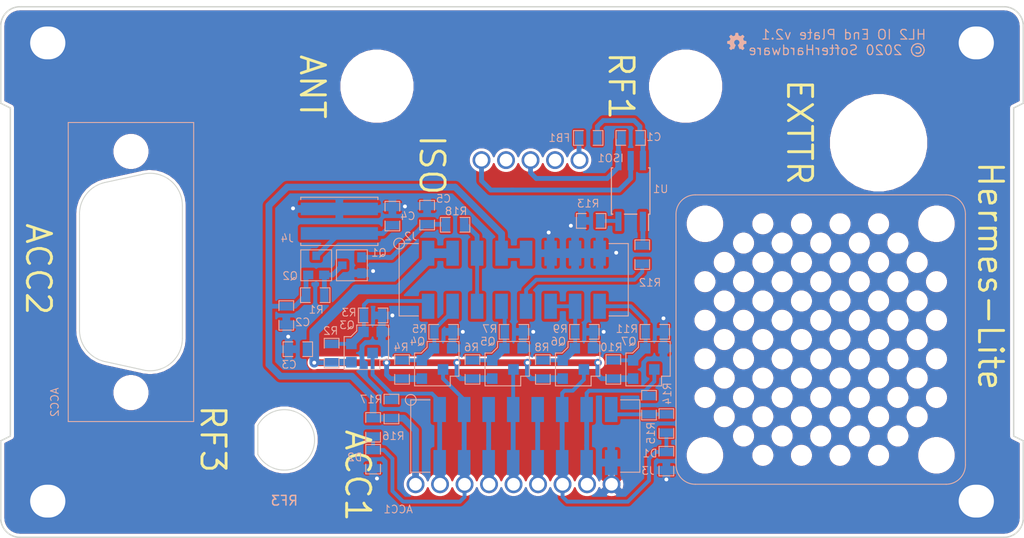
<source format=kicad_pcb>
(kicad_pcb (version 20171130) (host pcbnew 5.1.5-52549c5~84~ubuntu18.04.1)
  (title_block (title "Hermes-Lite End Plate 55") (date 2020-03-17) (rev 2.1) (company SofterHardware) (comment 1 "KF7O Steve Haynal"))
  (layers (0 F.Cu signal) (31 B.Cu signal) (34 B.Paste user) (35 F.Paste user) (36 B.SilkS user) (37 F.SilkS user) (38 B.Mask user) (39 F.Mask user) (44 Edge.Cuts user))
  (net 0 "")
  (net 1 GNDS)
  (net 2 Vlvds)
  (net 3 "Net-(J2-Pad2)")
  (net 4 "Net-(J2-Pad4)")
  (net 5 "Net-(J2-Pad5)")
  (net 6 "Net-(J2-Pad8)")
  (net 7 "Net-(J2-Pad12)")
  (net 8 "Net-(J2-Pad16)")
  (net 9 VSUP)
  (net 10 ISOIN)
  (net 11 "Net-(R12-Pad1)")
  (net 12 "Net-(R13-Pad1)")
  (net 13 "Net-(ACC1-Pad2)")
  (net 14 "Net-(ACC1-Pad3)")
  (net 15 "Net-(ACC1-Pad4)")
  (net 16 "Net-(ACC1-Pad5)")
  (net 17 "Net-(ACC1-Pad6)")
  (net 18 "Net-(ACC1-Pad7)")
  (net 19 "Net-(ACC1-Pad8)")
  (net 20 "Net-(C1-Pad1)")
  (net 21 "Net-(C1-Pad2)")
  (net 22 "Net-(FB1-Pad1)")
  (net 23 "Net-(ISO1-Pad2)")
  (net 24 "Net-(ISO1-Pad4)")
  (net 25 "Net-(ISO1-Pad5)")
  (net 26 "Net-(Q1-Pad3)")
  (net 27 "Net-(C4-Pad2)")
  (net 28 "Net-(J3-Pad15)")
  (net 29 "Net-(C5-Pad2)")
  (module endcaplib:sma_panel (layer B.Cu) (at 79.4 94.9)
    (fp_text reference RF3 (at 0 6.3) (layer B.SilkS) (effects (justify mirror)))
    (fp_text value SMA)
    (fp_line (start -2.749999 1.5) (end -2.75 -1.5) (layer Edge.Cuts) (width 0.1))
    (fp_arc (start 0 0) (end -2.749999 -1.499999) (angle 302.7790807) (layer Edge.Cuts) (width 0.1))
  )
  (module endcaplib:SMD-0805 (layer B.Cu) (at 110.9 63.6)
    (fp_text reference FB1 (at -3 0 180) (layer B.SilkS) (effects (font (size 0.8 0.8) (thickness 0.1)) (justify mirror)))
    (fp_text value Ferrite_Bead_Small hide)
    (pad 1 smd rect (at -0.9525 0) (size 0.889 1.397) (layers B.Cu B.Paste B.Mask) (net 22 "Net-(FB1-Pad1)"))
    (pad 2 smd rect (at 0.9525 0) (size 0.889 1.397) (layers B.Cu B.Paste B.Mask) (net 20 "Net-(C1-Pad1)"))
  )
  (module endcaplib:basic_back (layer F.Cu) (at 141 57.6 180)
    (fp_text reference REF** hide)
    (fp_text value basic_back hide)
    (pad "" np_thru_hole circle (at 0 -6.5 180) (size 9.5 9.5) (drill 9.5) (layers *.Cu *.Mask))
    (pad "" np_thru_hole circle (at 20 -0.635 180) (size 7 7) (drill 7) (layers *.Cu *.Mask))
    (pad "" np_thru_hole circle (at 52 -0.635 180) (size 7 7) (drill 7) (layers *.Cu *.Mask))
  )
  (module endcaplib:db9inside (layer B.Cu) (at 63.5 77.5 90)
    (fp_text reference ACC2 (at -13.5 -7.9 90) (layer B.SilkS) (effects (font (size 0.8 0.8) (thickness 0.1)) (justify mirror)))
    (fp_text value DB9)
    (fp_line (start 10.15 1.27) (end 9.27 -2.75) (layer Edge.Cuts) (width 0.1))
    (fp_line (start -10.15 1.27) (end -9.27 -2.75) (layer Edge.Cuts) (width 0.1))
    (fp_line (start -6.885 5.33) (end 6.885 5.33) (layer Edge.Cuts) (width 0.1))
    (fp_line (start -6.005 -5.33) (end 6.005 -5.33) (layer Edge.Cuts) (width 0.1))
    (fp_arc (start -6.005 -1.98) (end -9.27 -2.75) (angle 77) (layer Edge.Cuts) (width 0.1))
    (fp_arc (start 6.005 -1.98) (end 9.27 -2.75) (angle -77) (layer Edge.Cuts) (width 0.1))
    (fp_arc (start 6.885 1.98) (end 6.885 5.33) (angle -103) (layer Edge.Cuts) (width 0.1))
    (fp_arc (start -6.885 1.98) (end -6.885 5.33) (angle 103) (layer Edge.Cuts) (width 0.1))
    (pad "" np_thru_hole circle (at -12.5 0 90) (size 3.05 3.05) (drill 3.05) (layers *.Cu *.Mask))
    (pad "" np_thru_hole circle (at 12.5 0 90) (size 3.05 3.05) (drill 3.05) (layers *.Cu *.Mask))
  )
  (module endcaplib:terminal_block (layer B.Cu) (at 93 99.5)
    (fp_text reference ACC1 (at -1.8 2.6) (layer B.SilkS) (effects (font (size 0.8 0.8) (thickness 0.1)) (justify mirror)))
    (fp_text value "Terminal Block")
    (pad 1 thru_hole circle (at 0 0) (size 1.85 1.85) (drill 1.32) (layers *.Cu B.Mask) (net 9 VSUP))
    (pad 2 thru_hole circle (at 2.54 0) (size 1.85 1.85) (drill 1.32) (layers *.Cu B.Mask) (net 13 "Net-(ACC1-Pad2)"))
    (pad 3 thru_hole circle (at 5.08 0) (size 1.85 1.85) (drill 1.32) (layers *.Cu B.Mask) (net 14 "Net-(ACC1-Pad3)"))
    (pad 4 thru_hole circle (at 7.62 0) (size 1.85 1.85) (drill 1.32) (layers *.Cu B.Mask) (net 15 "Net-(ACC1-Pad4)"))
    (pad 5 thru_hole circle (at 10.16 0) (size 1.85 1.85) (drill 1.32) (layers *.Cu B.Mask) (net 16 "Net-(ACC1-Pad5)"))
    (pad 6 thru_hole circle (at 12.7 0) (size 1.85 1.85) (drill 1.32) (layers *.Cu B.Mask) (net 17 "Net-(ACC1-Pad6)"))
    (pad 7 thru_hole circle (at 15.24 0) (size 1.85 1.85) (drill 1.32) (layers *.Cu B.Mask) (net 18 "Net-(ACC1-Pad7)"))
    (pad 8 thru_hole circle (at 17.78 0) (size 1.85 1.85) (drill 1.32) (layers *.Cu B.Mask) (net 19 "Net-(ACC1-Pad8)"))
    (pad 9 thru_hole circle (at 20.32 0) (size 1.85 1.85) (drill 1.32) (layers *.Cu B.Mask) (net 1 GNDS))
  )
  (module endcaplib:male_header (layer B.Cu) (at 94.3 78.3 270)
    (fp_text reference J2 (at -4.5 1.8) (layer B.SilkS) (effects (font (size 0.8 0.8) (thickness 0.1)) (justify mirror)))
    (fp_text value "Male Header")
    (pad 16 smd rect (at 2.75 -17.78 270) (size 2.6 1.3) (layers B.Cu B.Paste B.Mask) (net 8 "Net-(J2-Pad16)"))
    (pad 15 smd rect (at -2.75 -17.78 270) (size 2.6 1.3) (layers B.Cu B.Paste B.Mask) (net 1 GNDS))
    (pad 14 smd rect (at 2.75 -15.24 270) (size 2.6 1.3) (layers B.Cu B.Paste B.Mask) (net 7 "Net-(J2-Pad12)"))
    (pad 13 smd rect (at -2.75 -15.24 270) (size 2.6 1.3) (layers B.Cu B.Paste B.Mask) (net 1 GNDS))
    (pad 12 smd rect (at 2.75 -12.7 270) (size 2.6 1.3) (layers B.Cu B.Paste B.Mask) (net 7 "Net-(J2-Pad12)"))
    (pad 11 smd rect (at -2.75 -12.7 270) (size 2.6 1.3) (layers B.Cu B.Paste B.Mask) (net 1 GNDS))
    (pad 10 smd rect (at 2.75 -10.16 270) (size 2.6 1.3) (layers B.Cu B.Paste B.Mask) (net 10 ISOIN))
    (pad 9 smd rect (at -2.75 -10.16 270) (size 2.6 1.3) (layers B.Cu B.Paste B.Mask) (net 9 VSUP))
    (pad 8 smd rect (at 2.75 -7.62 270) (size 2.6 1.3) (layers B.Cu B.Paste B.Mask) (net 6 "Net-(J2-Pad8)"))
    (pad 7 smd rect (at -2.75 -7.62 270) (size 2.6 1.3) (layers B.Cu B.Paste B.Mask) (net 9 VSUP))
    (pad 6 smd rect (at 2.75 -5.08 270) (size 2.6 1.3) (layers B.Cu B.Paste B.Mask) (net 5 "Net-(J2-Pad5)"))
    (pad 5 smd rect (at -2.75 -5.08 270) (size 2.6 1.3) (layers B.Cu B.Paste B.Mask) (net 5 "Net-(J2-Pad5)"))
    (pad 4 smd rect (at 2.75 -2.54 270) (size 2.6 1.3) (layers B.Cu B.Paste B.Mask) (net 4 "Net-(J2-Pad4)"))
    (pad 3 smd rect (at -2.75 -2.54 270) (size 2.6 1.3) (layers B.Cu B.Paste B.Mask) (net 2 Vlvds))
    (pad 2 smd rect (at 2.75 0 270) (size 2.6 1.3) (layers B.Cu B.Paste B.Mask) (net 3 "Net-(J2-Pad2)"))
    (pad 1 smd rect (at -2.75 0 270) (size 2.6 1.3) (layers B.Cu B.Paste B.Mask) (net 2 Vlvds))
  )
  (module endcaplib:male_header (layer B.Cu) (at 95.5 94.5 270)
    (fp_text reference J3 (at 3.6 -21.6) (layer B.SilkS) (effects (font (size 0.8 0.8) (thickness 0.1)) (justify mirror)))
    (fp_text value "Male Header")
    (pad 16 smd rect (at 2.75 -17.78 270) (size 2.6 1.3) (layers B.Cu B.Paste B.Mask) (net 1 GNDS))
    (pad 15 smd rect (at -2.75 -17.78 270) (size 2.6 1.3) (layers B.Cu B.Paste B.Mask) (net 28 "Net-(J3-Pad15)"))
    (pad 14 smd rect (at 2.75 -15.24 270) (size 2.6 1.3) (layers B.Cu B.Paste B.Mask) (net 19 "Net-(ACC1-Pad8)"))
    (pad 13 smd rect (at -2.75 -15.24 270) (size 2.6 1.3) (layers B.Cu B.Paste B.Mask) (net 19 "Net-(ACC1-Pad8)"))
    (pad 12 smd rect (at 2.75 -12.7 270) (size 2.6 1.3) (layers B.Cu B.Paste B.Mask) (net 18 "Net-(ACC1-Pad7)"))
    (pad 11 smd rect (at -2.75 -12.7 270) (size 2.6 1.3) (layers B.Cu B.Paste B.Mask) (net 18 "Net-(ACC1-Pad7)"))
    (pad 10 smd rect (at 2.75 -10.16 270) (size 2.6 1.3) (layers B.Cu B.Paste B.Mask) (net 17 "Net-(ACC1-Pad6)"))
    (pad 9 smd rect (at -2.75 -10.16 270) (size 2.6 1.3) (layers B.Cu B.Paste B.Mask) (net 17 "Net-(ACC1-Pad6)"))
    (pad 8 smd rect (at 2.75 -7.62 270) (size 2.6 1.3) (layers B.Cu B.Paste B.Mask) (net 16 "Net-(ACC1-Pad5)"))
    (pad 7 smd rect (at -2.75 -7.62 270) (size 2.6 1.3) (layers B.Cu B.Paste B.Mask) (net 16 "Net-(ACC1-Pad5)"))
    (pad 6 smd rect (at 2.75 -5.08 270) (size 2.6 1.3) (layers B.Cu B.Paste B.Mask) (net 15 "Net-(ACC1-Pad4)"))
    (pad 5 smd rect (at -2.75 -5.08 270) (size 2.6 1.3) (layers B.Cu B.Paste B.Mask) (net 15 "Net-(ACC1-Pad4)"))
    (pad 4 smd rect (at 2.75 -2.54 270) (size 2.6 1.3) (layers B.Cu B.Paste B.Mask) (net 14 "Net-(ACC1-Pad3)"))
    (pad 3 smd rect (at -2.75 -2.54 270) (size 2.6 1.3) (layers B.Cu B.Paste B.Mask) (net 14 "Net-(ACC1-Pad3)"))
    (pad 2 smd rect (at 2.75 0 270) (size 2.6 1.3) (layers B.Cu B.Paste B.Mask) (net 13 "Net-(ACC1-Pad2)"))
    (pad 1 smd rect (at -2.75 0 270) (size 2.6 1.3) (layers B.Cu B.Paste B.Mask) (net 13 "Net-(ACC1-Pad2)"))
  )
  (module endcaplib:mh3mm (layer F.Cu) (at 54.875 53.75)
    (fp_text reference MH1 hide)
    (fp_text value 3mm)
    (pad 1 thru_hole circle (at 0 0) (size 4.9 4.9) (drill oval 3.65 3.4) (layers *.Cu *.Mask) (net 1 GNDS))
  )
  (module endcaplib:mh3mm (layer F.Cu) (at 151.125 53.75)
    (fp_text reference MH2 hide)
    (fp_text value 3mm)
    (pad 1 thru_hole circle (at 0 0) (size 4.9 4.9) (drill oval 3.65 3.4) (layers *.Cu *.Mask) (net 1 GNDS))
  )
  (module endcaplib:mh3mm (layer F.Cu) (at 151.125 101.25)
    (fp_text reference MH3 hide)
    (fp_text value 3mm)
    (pad 1 thru_hole circle (at 0 0) (size 4.9 4.9) (drill oval 3.65 3.4) (layers *.Cu *.Mask) (net 1 GNDS))
  )
  (module endcaplib:mh3mm (layer F.Cu) (at 54.875 101.25)
    (fp_text reference MH4 hide)
    (fp_text value 3mm)
    (pad 1 thru_hole circle (at 0 0) (size 4.9 4.9) (drill oval 3.65 3.4) (layers *.Cu *.Mask) (net 1 GNDS))
  )
  (module endcaplib:3sot3_3 (layer B.Cu) (at 89.5 83.7 270)
    (fp_text reference Q3 (at -0.7 3.6) (layer B.SilkS) (effects (font (size 0.8 0.8) (thickness 0.1)) (justify mirror)))
    (fp_text value MULTIFET)
    (pad 1 smd rect (at 0.6 2.5 225) (size 2 0.8) (layers B.Cu B.Paste B.Mask) (net 3 "Net-(J2-Pad2)"))
    (pad 4 smd rect (at 3.15 3.15 270) (size 1.1 1.1) (layers B.Cu B.Paste B.Mask) (net 2 Vlvds))
    (pad 1 smd rect (at 1.25 3.15 270) (size 1.1 1.1) (layers B.Cu B.Paste B.Mask) (net 3 "Net-(J2-Pad2)"))
    (pad 3 smd rect (at 2.2 0.95 270) (size 1.1 1.1) (layers B.Cu B.Paste B.Mask) (net 13 "Net-(ACC1-Pad2)"))
    (pad 1 smd rect (at 0 1.9 270) (size 1.1 1.1) (layers B.Cu B.Paste B.Mask) (net 3 "Net-(J2-Pad2)"))
    (pad 2 smd rect (at 0 0 270) (size 1.1 1.1) (layers B.Cu B.Paste B.Mask) (net 1 GNDS))
  )
  (module endcaplib:3sot3_3 (layer B.Cu) (at 96.8 85.4 270)
    (fp_text reference Q4 (at -0.7 3.6) (layer B.SilkS) (effects (font (size 0.8 0.8) (thickness 0.1)) (justify mirror)))
    (fp_text value MULTIFET)
    (pad 2 smd rect (at 0 0 270) (size 1.1 1.1) (layers B.Cu B.Paste B.Mask) (net 1 GNDS))
    (pad 1 smd rect (at 0 1.9 270) (size 1.1 1.1) (layers B.Cu B.Paste B.Mask) (net 4 "Net-(J2-Pad4)"))
    (pad 3 smd rect (at 2.2 0.95 270) (size 1.1 1.1) (layers B.Cu B.Paste B.Mask) (net 14 "Net-(ACC1-Pad3)"))
    (pad 1 smd rect (at 1.25 3.15 270) (size 1.1 1.1) (layers B.Cu B.Paste B.Mask) (net 4 "Net-(J2-Pad4)"))
    (pad 4 smd rect (at 3.15 3.15 270) (size 1.1 1.1) (layers B.Cu B.Paste B.Mask) (net 2 Vlvds))
    (pad 1 smd rect (at 0.6 2.5 225) (size 2 0.8) (layers B.Cu B.Paste B.Mask) (net 4 "Net-(J2-Pad4)"))
  )
  (module endcaplib:3sot3_3 (layer B.Cu) (at 104.1 85.4 270)
    (fp_text reference Q5 (at -0.7 3.6) (layer B.SilkS) (effects (font (size 0.8 0.8) (thickness 0.1)) (justify mirror)))
    (fp_text value MULTIFET)
    (pad 2 smd rect (at 0 0 270) (size 1.1 1.1) (layers B.Cu B.Paste B.Mask) (net 1 GNDS))
    (pad 1 smd rect (at 0 1.9 270) (size 1.1 1.1) (layers B.Cu B.Paste B.Mask) (net 6 "Net-(J2-Pad8)"))
    (pad 3 smd rect (at 2.2 0.95 270) (size 1.1 1.1) (layers B.Cu B.Paste B.Mask) (net 16 "Net-(ACC1-Pad5)"))
    (pad 1 smd rect (at 1.25 3.15 270) (size 1.1 1.1) (layers B.Cu B.Paste B.Mask) (net 6 "Net-(J2-Pad8)"))
    (pad 4 smd rect (at 3.15 3.15 270) (size 1.1 1.1) (layers B.Cu B.Paste B.Mask) (net 2 Vlvds))
    (pad 1 smd rect (at 0.6 2.5 225) (size 2 0.8) (layers B.Cu B.Paste B.Mask) (net 6 "Net-(J2-Pad8)"))
  )
  (module endcaplib:3sot3_3 (layer B.Cu) (at 111.4 85.4 270)
    (fp_text reference Q6 (at -0.7 3.6) (layer B.SilkS) (effects (font (size 0.8 0.8) (thickness 0.1)) (justify mirror)))
    (fp_text value MULTIFET)
    (pad 1 smd rect (at 0.6 2.5 225) (size 2 0.8) (layers B.Cu B.Paste B.Mask) (net 7 "Net-(J2-Pad12)"))
    (pad 4 smd rect (at 3.15 3.15 270) (size 1.1 1.1) (layers B.Cu B.Paste B.Mask) (net 2 Vlvds))
    (pad 1 smd rect (at 1.25 3.15 270) (size 1.1 1.1) (layers B.Cu B.Paste B.Mask) (net 7 "Net-(J2-Pad12)"))
    (pad 3 smd rect (at 2.2 0.95 270) (size 1.1 1.1) (layers B.Cu B.Paste B.Mask) (net 18 "Net-(ACC1-Pad7)"))
    (pad 1 smd rect (at 0 1.9 270) (size 1.1 1.1) (layers B.Cu B.Paste B.Mask) (net 7 "Net-(J2-Pad12)"))
    (pad 2 smd rect (at 0 0 270) (size 1.1 1.1) (layers B.Cu B.Paste B.Mask) (net 1 GNDS))
  )
  (module endcaplib:3sot3_3 (layer B.Cu) (at 118.7 85.4 270)
    (fp_text reference Q7 (at -0.7 3.6) (layer B.SilkS) (effects (font (size 0.8 0.8) (thickness 0.1)) (justify mirror)))
    (fp_text value MULTIFET)
    (pad 2 smd rect (at 0 0 270) (size 1.1 1.1) (layers B.Cu B.Paste B.Mask) (net 1 GNDS))
    (pad 1 smd rect (at 0 1.9 270) (size 1.1 1.1) (layers B.Cu B.Paste B.Mask) (net 8 "Net-(J2-Pad16)"))
    (pad 3 smd rect (at 2.2 0.95 270) (size 1.1 1.1) (layers B.Cu B.Paste B.Mask) (net 19 "Net-(ACC1-Pad8)"))
    (pad 1 smd rect (at 1.25 3.15 270) (size 1.1 1.1) (layers B.Cu B.Paste B.Mask) (net 8 "Net-(J2-Pad16)"))
    (pad 4 smd rect (at 3.15 3.15 270) (size 1.1 1.1) (layers B.Cu B.Paste B.Mask) (net 2 Vlvds))
    (pad 1 smd rect (at 0.6 2.5 225) (size 2 0.8) (layers B.Cu B.Paste B.Mask) (net 8 "Net-(J2-Pad16)"))
  )
  (module endcaplib:SMD-0805 (layer B.Cu) (at 84.3 85.9 90)
    (fp_text reference R2 (at 2.3 -0.1 180) (layer B.SilkS) (effects (font (size 0.8 0.8) (thickness 0.1)) (justify mirror)))
    (fp_text value 10K hide)
    (pad 1 smd rect (at -0.9525 0 90) (size 0.889 1.397) (layers B.Cu B.Paste B.Mask) (net 2 Vlvds))
    (pad 2 smd rect (at 0.9525 0 90) (size 0.889 1.397) (layers B.Cu B.Paste B.Mask) (net 3 "Net-(J2-Pad2)"))
  )
  (module endcaplib:SMD-0805 (layer B.Cu) (at 88.6 82)
    (fp_text reference R3 (at -2.5 -0.3 180) (layer B.SilkS) (effects (font (size 0.8 0.8) (thickness 0.1)) (justify mirror)))
    (fp_text value 10K hide)
    (pad 2 smd rect (at 0.9525 0) (size 0.889 1.397) (layers B.Cu B.Paste B.Mask) (net 1 GNDS))
    (pad 1 smd rect (at -0.9525 0) (size 0.889 1.397) (layers B.Cu B.Paste B.Mask) (net 3 "Net-(J2-Pad2)"))
  )
  (module endcaplib:SMD-0805 (layer B.Cu) (at 91.6 87.6 90)
    (fp_text reference R4 (at 2.3 -0.1 180) (layer B.SilkS) (effects (font (size 0.8 0.8) (thickness 0.1)) (justify mirror)))
    (fp_text value 10K hide)
    (pad 1 smd rect (at -0.9525 0 90) (size 0.889 1.397) (layers B.Cu B.Paste B.Mask) (net 2 Vlvds))
    (pad 2 smd rect (at 0.9525 0 90) (size 0.889 1.397) (layers B.Cu B.Paste B.Mask) (net 4 "Net-(J2-Pad4)"))
  )
  (module endcaplib:SMD-0805 (layer B.Cu) (at 95.9 83.7)
    (fp_text reference R5 (at -2.5 -0.3) (layer B.SilkS) (effects (font (size 0.8 0.8) (thickness 0.1)) (justify mirror)))
    (fp_text value 10K hide)
    (pad 2 smd rect (at 0.9525 0) (size 0.889 1.397) (layers B.Cu B.Paste B.Mask) (net 1 GNDS))
    (pad 1 smd rect (at -0.9525 0) (size 0.889 1.397) (layers B.Cu B.Paste B.Mask) (net 4 "Net-(J2-Pad4)"))
  )
  (module endcaplib:SMD-0805 (layer B.Cu) (at 98.9 87.6 90)
    (fp_text reference R6 (at 2.3 -0.1 180) (layer B.SilkS) (effects (font (size 0.8 0.8) (thickness 0.1)) (justify mirror)))
    (fp_text value 10K hide)
    (pad 1 smd rect (at -0.9525 0 90) (size 0.889 1.397) (layers B.Cu B.Paste B.Mask) (net 2 Vlvds))
    (pad 2 smd rect (at 0.9525 0 90) (size 0.889 1.397) (layers B.Cu B.Paste B.Mask) (net 6 "Net-(J2-Pad8)"))
  )
  (module endcaplib:SMD-0805 (layer B.Cu) (at 103.2 83.7)
    (fp_text reference R7 (at -2.5 -0.3) (layer B.SilkS) (effects (font (size 0.8 0.8) (thickness 0.1)) (justify mirror)))
    (fp_text value 10K hide)
    (pad 2 smd rect (at 0.9525 0) (size 0.889 1.397) (layers B.Cu B.Paste B.Mask) (net 1 GNDS))
    (pad 1 smd rect (at -0.9525 0) (size 0.889 1.397) (layers B.Cu B.Paste B.Mask) (net 6 "Net-(J2-Pad8)"))
  )
  (module endcaplib:SMD-0805 (layer B.Cu) (at 106.2 87.6 90)
    (fp_text reference R8 (at 2.3 -0.1 180) (layer B.SilkS) (effects (font (size 0.8 0.8) (thickness 0.1)) (justify mirror)))
    (fp_text value 10K hide)
    (pad 1 smd rect (at -0.9525 0 90) (size 0.889 1.397) (layers B.Cu B.Paste B.Mask) (net 2 Vlvds))
    (pad 2 smd rect (at 0.9525 0 90) (size 0.889 1.397) (layers B.Cu B.Paste B.Mask) (net 7 "Net-(J2-Pad12)"))
  )
  (module endcaplib:SMD-0805 (layer B.Cu) (at 110.5 83.7)
    (fp_text reference R9 (at -2.5 -0.3) (layer B.SilkS) (effects (font (size 0.8 0.8) (thickness 0.1)) (justify mirror)))
    (fp_text value 10K hide)
    (pad 2 smd rect (at 0.9525 0) (size 0.889 1.397) (layers B.Cu B.Paste B.Mask) (net 1 GNDS))
    (pad 1 smd rect (at -0.9525 0) (size 0.889 1.397) (layers B.Cu B.Paste B.Mask) (net 7 "Net-(J2-Pad12)"))
  )
  (module endcaplib:SMD-0805 (layer B.Cu) (at 113.5 87.6 90)
    (fp_text reference R10 (at 2.3 -0.2 180) (layer B.SilkS) (effects (font (size 0.8 0.8) (thickness 0.1)) (justify mirror)))
    (fp_text value 10K hide)
    (pad 1 smd rect (at -0.9525 0 90) (size 0.889 1.397) (layers B.Cu B.Paste B.Mask) (net 2 Vlvds))
    (pad 2 smd rect (at 0.9525 0 90) (size 0.889 1.397) (layers B.Cu B.Paste B.Mask) (net 8 "Net-(J2-Pad16)"))
  )
  (module endcaplib:SMD-0805 (layer B.Cu) (at 117.8 83.7)
    (fp_text reference R11 (at -2.9 -0.3) (layer B.SilkS) (effects (font (size 0.8 0.8) (thickness 0.1)) (justify mirror)))
    (fp_text value 10K hide)
    (pad 2 smd rect (at 0.9525 0) (size 0.889 1.397) (layers B.Cu B.Paste B.Mask) (net 1 GNDS))
    (pad 1 smd rect (at -0.9525 0) (size 0.889 1.397) (layers B.Cu B.Paste B.Mask) (net 8 "Net-(J2-Pad16)"))
  )
  (module endcaplib:SMD-0805 (layer B.Cu) (at 115.3 63.6 180)
    (fp_text reference C1 (at -2.4 0.1) (layer B.SilkS) (effects (font (size 0.8 0.8) (thickness 0.1)) (justify mirror)))
    (fp_text value 0.1uF hide)
    (pad 1 smd rect (at -0.9525 0 180) (size 0.889 1.397) (layers B.Cu B.Paste B.Mask) (net 20 "Net-(C1-Pad1)"))
    (pad 2 smd rect (at 0.9525 0 180) (size 0.889 1.397) (layers B.Cu B.Paste B.Mask) (net 21 "Net-(C1-Pad2)"))
  )
  (module endcaplib:SMD-0805 (layer B.Cu) (at 80.8 85.5 180)
    (fp_text reference C3 (at 0.9 -1.6 180) (layer B.SilkS) (effects (font (size 0.8 0.8) (thickness 0.1)) (justify mirror)))
    (fp_text value 0.1uF hide)
    (pad 1 smd rect (at -0.9525 0 180) (size 0.889 1.397) (layers B.Cu B.Paste B.Mask) (net 2 Vlvds))
    (pad 2 smd rect (at 0.9525 0 180) (size 0.889 1.397) (layers B.Cu B.Paste B.Mask) (net 1 GNDS))
  )
  (module endcaplib:SMD-0805 (layer B.Cu) (at 116.5 75.7 270)
    (fp_text reference R12 (at 2.9 -0.8) (layer B.SilkS) (effects (font (size 0.8 0.8) (thickness 0.1)) (justify mirror)))
    (fp_text value 1K hide)
    (pad 1 smd rect (at -0.9525 0 270) (size 0.889 1.397) (layers B.Cu B.Paste B.Mask) (net 11 "Net-(R12-Pad1)"))
    (pad 2 smd rect (at 0.9525 0 270) (size 0.889 1.397) (layers B.Cu B.Paste B.Mask) (net 10 ISOIN))
  )
  (module endcaplib:SMD-0805 (layer B.Cu) (at 111.2 72.2 180)
    (fp_text reference R13 (at 0.3 1.8) (layer B.SilkS) (effects (font (size 0.8 0.8) (thickness 0.1)) (justify mirror)))
    (fp_text value 680 hide)
    (pad 2 smd rect (at 0.9525 0 180) (size 0.889 1.397) (layers B.Cu B.Paste B.Mask) (net 1 GNDS))
    (pad 1 smd rect (at -0.9525 0 180) (size 0.889 1.397) (layers B.Cu B.Paste B.Mask) (net 12 "Net-(R13-Pad1)"))
  )
  (module Package_SO:SO-5_4.4x3.6mm_P1.27mm (layer B.Cu) (at 115.3 69.1 90)
    (fp_text reference U1 (at 0.2 3.1 -180) (layer B.SilkS) (effects (font (size 0.8 0.8) (thickness 0.1)) (justify mirror)))
    (fp_text value ACPL-M21L-000E)
    (pad 1 smd rect (at -3.15 1.27 90) (size 2 0.64) (layers B.Cu B.Paste B.Mask) (net 11 "Net-(R12-Pad1)"))
    (pad 3 smd rect (at -3.15 -1.27 90) (size 2 0.64) (layers B.Cu B.Paste B.Mask) (net 12 "Net-(R13-Pad1)"))
    (pad 4 smd rect (at 3.15 -1.27 90) (size 2 0.64) (layers B.Cu B.Paste B.Mask) (net 21 "Net-(C1-Pad2)"))
    (pad 5 smd rect (at 3.15 0 90) (size 2 0.64) (layers B.Cu B.Paste B.Mask) (net 25 "Net-(ISO1-Pad5)"))
    (pad 6 smd rect (at 3.15 1.27 90) (size 2 0.64) (layers B.Cu B.Paste B.Mask) (net 20 "Net-(C1-Pad1)"))
  )
  (module endcaplib:terminal_block5 (layer B.Cu) (at 110 65.9 180)
    (fp_text reference ISO1 (at -3.22 0.2 180) (layer B.SilkS) (effects (font (size 0.8 0.8) (thickness 0.1)) (justify mirror)))
    (fp_text value "Terminal Block")
    (pad 1 thru_hole circle (at 0 0 180) (size 1.85 1.85) (drill 1.32) (layers *.Cu B.Mask) (net 22 "Net-(FB1-Pad1)"))
    (pad 2 thru_hole circle (at 2.54 0 180) (size 1.85 1.85) (drill 1.32) (layers *.Cu B.Mask) (net 23 "Net-(ISO1-Pad2)"))
    (pad 3 thru_hole circle (at 5.08 0 180) (size 1.85 1.85) (drill 1.32) (layers *.Cu B.Mask) (net 21 "Net-(C1-Pad2)"))
    (pad 4 thru_hole circle (at 7.62 0 180) (size 1.85 1.85) (drill 1.32) (layers *.Cu B.Mask) (net 24 "Net-(ISO1-Pad4)"))
    (pad 5 thru_hole circle (at 10.16 0 180) (size 1.85 1.85) (drill 1.32) (layers *.Cu B.Mask) (net 25 "Net-(ISO1-Pad5)"))
  )
  (module endcaplib:fan30 (layer B.Cu) (at 123 72.5)
    (fp_text reference REF** hide)
    (fp_text value fan30)
    (pad "" np_thru_hole circle (at 18 0) (size 1.6 1.6) (drill 1.6) (layers *.Cu *.Mask))
    (pad "" np_thru_hole circle (at 14 0) (size 1.6 1.6) (drill 1.6) (layers *.Cu *.Mask))
    (pad "" np_thru_hole circle (at 10 0) (size 1.6 1.6) (drill 1.6) (layers *.Cu *.Mask))
    (pad "" np_thru_hole circle (at 6 0) (size 1.6 1.6) (drill 1.6) (layers *.Cu *.Mask))
    (pad "" np_thru_hole circle (at 4 2) (size 1.6 1.6) (drill 1.6) (layers *.Cu *.Mask))
    (pad "" np_thru_hole circle (at 8 2) (size 1.6 1.6) (drill 1.6) (layers *.Cu *.Mask))
    (pad "" np_thru_hole circle (at 12 2) (size 1.6 1.6) (drill 1.6) (layers *.Cu *.Mask))
    (pad "" np_thru_hole circle (at 16 2) (size 1.6 1.6) (drill 1.6) (layers *.Cu *.Mask))
    (pad "" np_thru_hole circle (at 20 2) (size 1.6 1.6) (drill 1.6) (layers *.Cu *.Mask))
    (pad "" np_thru_hole circle (at 22 4) (size 1.6 1.6) (drill 1.6) (layers *.Cu *.Mask))
    (pad "" np_thru_hole circle (at 18 4) (size 1.6 1.6) (drill 1.6) (layers *.Cu *.Mask))
    (pad "" np_thru_hole circle (at 14 4) (size 1.6 1.6) (drill 1.6) (layers *.Cu *.Mask))
    (pad "" np_thru_hole circle (at 10 4) (size 1.6 1.6) (drill 1.6) (layers *.Cu *.Mask))
    (pad "" np_thru_hole circle (at 6 4) (size 1.6 1.6) (drill 1.6) (layers *.Cu *.Mask))
    (pad "" np_thru_hole circle (at 2 4) (size 1.6 1.6) (drill 1.6) (layers *.Cu *.Mask))
    (pad "" np_thru_hole circle (at 0 6) (size 1.6 1.6) (drill 1.6) (layers *.Cu *.Mask))
    (pad "" np_thru_hole circle (at 4 6) (size 1.6 1.6) (drill 1.6) (layers *.Cu *.Mask))
    (pad "" np_thru_hole circle (at 8 6) (size 1.6 1.6) (drill 1.6) (layers *.Cu *.Mask))
    (pad "" np_thru_hole circle (at 12 6) (size 1.6 1.6) (drill 1.6) (layers *.Cu *.Mask))
    (pad "" np_thru_hole circle (at 16 6) (size 1.6 1.6) (drill 1.6) (layers *.Cu *.Mask))
    (pad "" np_thru_hole circle (at 20 6) (size 1.6 1.6) (drill 1.6) (layers *.Cu *.Mask))
    (pad "" np_thru_hole circle (at 24 6) (size 1.6 1.6) (drill 1.6) (layers *.Cu *.Mask))
    (pad "" np_thru_hole circle (at 22 8) (size 1.6 1.6) (drill 1.6) (layers *.Cu *.Mask))
    (pad "" np_thru_hole circle (at 18 8) (size 1.6 1.6) (drill 1.6) (layers *.Cu *.Mask))
    (pad "" np_thru_hole circle (at 14 8) (size 1.6 1.6) (drill 1.6) (layers *.Cu *.Mask))
    (pad "" np_thru_hole circle (at 10 8) (size 1.6 1.6) (drill 1.6) (layers *.Cu *.Mask))
    (pad "" np_thru_hole circle (at 6 8) (size 1.6 1.6) (drill 1.6) (layers *.Cu *.Mask))
    (pad "" np_thru_hole circle (at 2 8) (size 1.6 1.6) (drill 1.6) (layers *.Cu *.Mask))
    (pad "" np_thru_hole circle (at 0 10) (size 1.6 1.6) (drill 1.6) (layers *.Cu *.Mask))
    (pad "" np_thru_hole circle (at 4 10) (size 1.6 1.6) (drill 1.6) (layers *.Cu *.Mask))
    (pad "" np_thru_hole circle (at 8 10) (size 1.6 1.6) (drill 1.6) (layers *.Cu *.Mask))
    (pad "" np_thru_hole circle (at 12 10) (size 1.6 1.6) (drill 1.6) (layers *.Cu *.Mask))
    (pad "" np_thru_hole circle (at 16 10) (size 1.6 1.6) (drill 1.6) (layers *.Cu *.Mask))
    (pad "" np_thru_hole circle (at 20 10) (size 1.6 1.6) (drill 1.6) (layers *.Cu *.Mask))
    (pad "" np_thru_hole circle (at 24 10) (size 1.6 1.6) (drill 1.6) (layers *.Cu *.Mask))
    (pad "" np_thru_hole circle (at 22 12) (size 1.6 1.6) (drill 1.6) (layers *.Cu *.Mask))
    (pad "" np_thru_hole circle (at 18 12) (size 1.6 1.6) (drill 1.6) (layers *.Cu *.Mask))
    (pad "" np_thru_hole circle (at 14 12) (size 1.6 1.6) (drill 1.6) (layers *.Cu *.Mask))
    (pad "" np_thru_hole circle (at 10 12) (size 1.6 1.6) (drill 1.6) (layers *.Cu *.Mask))
    (pad "" np_thru_hole circle (at 6 12) (size 1.6 1.6) (drill 1.6) (layers *.Cu *.Mask))
    (pad "" np_thru_hole circle (at 2 12) (size 1.6 1.6) (drill 1.6) (layers *.Cu *.Mask))
    (pad "" np_thru_hole circle (at 0 14) (size 1.6 1.6) (drill 1.6) (layers *.Cu *.Mask))
    (pad "" np_thru_hole circle (at 4 14) (size 1.6 1.6) (drill 1.6) (layers *.Cu *.Mask))
    (pad "" np_thru_hole circle (at 8 14) (size 1.6 1.6) (drill 1.6) (layers *.Cu *.Mask))
    (pad "" np_thru_hole circle (at 12 14) (size 1.6 1.6) (drill 1.6) (layers *.Cu *.Mask))
    (pad "" np_thru_hole circle (at 16 14) (size 1.6 1.6) (drill 1.6) (layers *.Cu *.Mask))
    (pad "" np_thru_hole circle (at 20 14) (size 1.6 1.6) (drill 1.6) (layers *.Cu *.Mask))
    (pad "" np_thru_hole circle (at 24 14) (size 1.6 1.6) (drill 1.6) (layers *.Cu *.Mask))
    (pad "" np_thru_hole circle (at 22 16) (size 1.6 1.6) (drill 1.6) (layers *.Cu *.Mask))
    (pad "" np_thru_hole circle (at 18 16) (size 1.6 1.6) (drill 1.6) (layers *.Cu *.Mask))
    (pad "" np_thru_hole circle (at 14 16) (size 1.6 1.6) (drill 1.6) (layers *.Cu *.Mask))
    (pad "" np_thru_hole circle (at 10 16) (size 1.6 1.6) (drill 1.6) (layers *.Cu *.Mask))
    (pad "" np_thru_hole circle (at 6 16) (size 1.6 1.6) (drill 1.6) (layers *.Cu *.Mask))
    (pad "" np_thru_hole circle (at 2 16) (size 1.6 1.6) (drill 1.6) (layers *.Cu *.Mask))
    (pad "" np_thru_hole circle (at 0 18) (size 1.6 1.6) (drill 1.6) (layers *.Cu *.Mask))
    (pad "" np_thru_hole circle (at 4 18) (size 1.6 1.6) (drill 1.6) (layers *.Cu *.Mask))
    (pad "" np_thru_hole circle (at 8 18) (size 1.6 1.6) (drill 1.6) (layers *.Cu *.Mask))
    (pad "" np_thru_hole circle (at 12 18) (size 1.6 1.6) (drill 1.6) (layers *.Cu *.Mask))
    (pad "" np_thru_hole circle (at 16 18) (size 1.6 1.6) (drill 1.6) (layers *.Cu *.Mask))
    (pad "" np_thru_hole circle (at 20 18) (size 1.6 1.6) (drill 1.6) (layers *.Cu *.Mask))
    (pad "" np_thru_hole circle (at 24 18) (size 1.6 1.6) (drill 1.6) (layers *.Cu *.Mask))
    (pad "" np_thru_hole circle (at 22 20) (size 1.6 1.6) (drill 1.6) (layers *.Cu *.Mask))
    (pad "" np_thru_hole circle (at 18 20) (size 1.6 1.6) (drill 1.6) (layers *.Cu *.Mask))
    (pad "" np_thru_hole circle (at 14 20) (size 1.6 1.6) (drill 1.6) (layers *.Cu *.Mask))
    (pad "" np_thru_hole circle (at 10 20) (size 1.6 1.6) (drill 1.6) (layers *.Cu *.Mask))
    (pad "" np_thru_hole circle (at 6 20) (size 1.6 1.6) (drill 1.6) (layers *.Cu *.Mask))
    (pad "" np_thru_hole circle (at 2 20) (size 1.6 1.6) (drill 1.6) (layers *.Cu *.Mask))
    (pad "" np_thru_hole circle (at 4 22) (size 1.6 1.6) (drill 1.6) (layers *.Cu *.Mask))
    (pad "" np_thru_hole circle (at 8 22) (size 1.6 1.6) (drill 1.6) (layers *.Cu *.Mask))
    (pad "" np_thru_hole circle (at 12 22) (size 1.6 1.6) (drill 1.6) (layers *.Cu *.Mask))
    (pad "" np_thru_hole circle (at 16 22) (size 1.6 1.6) (drill 1.6) (layers *.Cu *.Mask))
    (pad "" np_thru_hole circle (at 20 22) (size 1.6 1.6) (drill 1.6) (layers *.Cu *.Mask))
    (pad "" np_thru_hole circle (at 18 24) (size 1.6 1.6) (drill 1.6) (layers *.Cu *.Mask))
    (pad "" np_thru_hole circle (at 14 24) (size 1.6 1.6) (drill 1.6) (layers *.Cu *.Mask))
    (pad "" np_thru_hole circle (at 10 24) (size 1.6 1.6) (drill 1.6) (layers *.Cu *.Mask))
    (pad "" np_thru_hole circle (at 6 24) (size 1.6 1.6) (drill 1.6) (layers *.Cu *.Mask))
    (pad "" np_thru_hole circle (at 24 24) (size 3.2 3.2) (drill 3.2) (layers *.Cu *.Mask))
    (pad "" np_thru_hole circle (at 0 24) (size 3.2 3.2) (drill 3.2) (layers *.Cu *.Mask))
    (pad "" np_thru_hole circle (at 24 0) (size 3.2 3.2) (drill 3.2) (layers *.Cu *.Mask))
    (pad "" np_thru_hole circle (at 0 0) (size 3.2 3.2) (drill 3.2) (layers *.Cu *.Mask))
  )
  (module endcaplib:SMD-0805 (layer B.Cu) (at 79.6 82 90)
    (fp_text reference C2 (at -0.7 1.7 180) (layer B.SilkS) (effects (font (size 0.8 0.8) (thickness 0.1)) (justify mirror)))
    (fp_text value 0.1uF hide)
    (pad 1 smd rect (at -0.9525 0 90) (size 0.889 1.397) (layers B.Cu B.Paste B.Mask) (net 1 GNDS))
    (pad 2 smd rect (at 0.9525 0 90) (size 0.889 1.397) (layers B.Cu B.Paste B.Mask) (net 9 VSUP))
  )
  (module endcaplib:male_header_2 (layer B.Cu) (at 85.1 73.5)
    (fp_text reference J4 (at -5.4 0.5) (layer B.SilkS) (effects (font (size 0.8 0.8) (thickness 0.1)) (justify mirror)))
    (fp_text value Fan)
    (pad 1 smd rect (at 0 0) (size 8 1.3) (layers B.Cu B.Paste B.Mask) (net 27 "Net-(C4-Pad2)"))
    (pad 2 smd rect (at 0 -2.54) (size 8 1.3) (layers B.Cu B.Paste B.Mask) (net 1 GNDS))
  )
  (module endcaplib:SOT23_3 (layer B.Cu) (at 87.4 76.8 270)
    (fp_text reference Q1 (at -1.3 -1.8) (layer B.SilkS) (effects (font (size 0.8 0.8) (thickness 0.1)) (justify mirror)))
    (fp_text value DTC144E)
    (pad 1 smd rect (at -0.825 0 270) (size 1.05 0.9) (layers B.Cu B.Paste B.Mask) (net 29 "Net-(C5-Pad2)"))
    (pad 3 smd rect (at 0 2 270) (size 0.8 0.9) (layers B.Cu B.Paste B.Mask) (net 26 "Net-(Q1-Pad3)"))
    (pad 2 smd rect (at 0.825 0 270) (size 1.05 0.9) (layers B.Cu B.Paste B.Mask) (net 1 GNDS))
  )
  (module endcaplib:SOT23_3 (layer B.Cu) (at 82.7 77.8 180)
    (fp_text reference Q2 (at 2.7 -0.1 180) (layer B.SilkS) (effects (font (size 0.8 0.8) (thickness 0.1)) (justify mirror)))
    (fp_text value IRLML6402)
    (pad 2 smd rect (at 0.825 0 180) (size 1.05 0.9) (layers B.Cu B.Paste B.Mask) (net 9 VSUP))
    (pad 3 smd rect (at 0 2 180) (size 0.8 0.9) (layers B.Cu B.Paste B.Mask) (net 27 "Net-(C4-Pad2)"))
    (pad 1 smd rect (at -0.825 0 180) (size 1.05 0.9) (layers B.Cu B.Paste B.Mask) (net 26 "Net-(Q1-Pad3)"))
  )
  (module endcaplib:SMD-0805 (layer B.Cu) (at 82.6 79.9)
    (fp_text reference R1 (at 0.1 1.5) (layer B.SilkS) (effects (font (size 0.8 0.8) (thickness 0.1)) (justify mirror)))
    (fp_text value 10K hide)
    (pad 2 smd rect (at 0.9525 0) (size 0.889 1.397) (layers B.Cu B.Paste B.Mask) (net 26 "Net-(Q1-Pad3)"))
    (pad 1 smd rect (at -0.9525 0) (size 0.889 1.397) (layers B.Cu B.Paste B.Mask) (net 9 VSUP))
  )
  (module endcaplib:SMD-0805 (layer B.Cu) (at 90.6 71.7 270)
    (fp_text reference C4 (at 0 -1.6) (layer B.SilkS) (effects (font (size 0.8 0.8) (thickness 0.1)) (justify mirror)))
    (fp_text value 0.1uF hide)
    (pad 1 smd rect (at -0.9525 0 270) (size 0.889 1.397) (layers B.Cu B.Paste B.Mask) (net 1 GNDS))
    (pad 2 smd rect (at 0.9525 0 270) (size 0.889 1.397) (layers B.Cu B.Paste B.Mask) (net 27 "Net-(C4-Pad2)"))
  )
  (module endcaplib:SMD-0805 (layer B.Cu) (at 119 97.1 270)
    (fp_text reference D1 (at -0.8 1.7) (layer B.SilkS) (effects (font (size 0.8 0.8) (thickness 0.1)) (justify mirror)))
    (fp_text value 1N4148 hide)
    (pad 1 smd rect (at -0.9525 0 270) (size 0.889 1.397) (layers B.Cu B.Paste B.Mask) (net 18 "Net-(ACC1-Pad7)"))
    (pad 2 smd rect (at 0.9525 0 270) (size 0.889 1.397) (layers B.Cu B.Paste B.Mask) (net 1 GNDS))
  )
  (module endcaplib:SMD-0805 (layer B.Cu) (at 88.6 96.9 270)
    (fp_text reference D2 (at -0.2 1.9) (layer B.SilkS) (effects (font (size 0.8 0.8) (thickness 0.1)) (justify mirror)))
    (fp_text value 1N4148 hide)
    (pad 2 smd rect (at 0.9525 0 270) (size 0.889 1.397) (layers B.Cu B.Paste B.Mask) (net 1 GNDS))
    (pad 1 smd rect (at -0.9525 0 270) (size 0.889 1.397) (layers B.Cu B.Paste B.Mask) (net 14 "Net-(ACC1-Pad3)"))
  )
  (module endcaplib:SMD-0805 (layer B.Cu) (at 117.2 91.3 270)
    (fp_text reference R14 (at -1.2 -1.9 90) (layer B.SilkS) (effects (font (size 0.8 0.8) (thickness 0.1)) (justify mirror)))
    (fp_text value 10K hide)
    (pad 1 smd rect (at -0.9525 0 270) (size 0.889 1.397) (layers B.Cu B.Paste B.Mask) (net 19 "Net-(ACC1-Pad8)"))
    (pad 2 smd rect (at 0.9525 0 270) (size 0.889 1.397) (layers B.Cu B.Paste B.Mask) (net 28 "Net-(J3-Pad15)"))
  )
  (module endcaplib:SMD-0805 (layer B.Cu) (at 119 93.2 90)
    (fp_text reference R15 (at -1 -1.6 90) (layer B.SilkS) (effects (font (size 0.8 0.8) (thickness 0.1)) (justify mirror)))
    (fp_text value 10K hide)
    (pad 2 smd rect (at 0.9525 0 90) (size 0.889 1.397) (layers B.Cu B.Paste B.Mask) (net 28 "Net-(J3-Pad15)"))
    (pad 1 smd rect (at -0.9525 0 90) (size 0.889 1.397) (layers B.Cu B.Paste B.Mask) (net 18 "Net-(ACC1-Pad7)"))
  )
  (module endcaplib:SMD-0805 (layer B.Cu) (at 88.6 93.6 270)
    (fp_text reference R16 (at 0.9 -2.1) (layer B.SilkS) (effects (font (size 0.8 0.8) (thickness 0.1)) (justify mirror)))
    (fp_text value 10K hide)
    (pad 2 smd rect (at 0.9525 0 270) (size 0.889 1.397) (layers B.Cu B.Paste B.Mask) (net 14 "Net-(ACC1-Pad3)"))
    (pad 1 smd rect (at -0.9525 0 270) (size 0.889 1.397) (layers B.Cu B.Paste B.Mask) (net 9 VSUP))
  )
  (module endcaplib:SMD-0805 (layer B.Cu) (at 90.5 91.7 90)
    (fp_text reference R17 (at 1 -2.1 180) (layer B.SilkS) (effects (font (size 0.8 0.8) (thickness 0.1)) (justify mirror)))
    (fp_text value 10K hide)
    (pad 1 smd rect (at -0.9525 0 90) (size 0.889 1.397) (layers B.Cu B.Paste B.Mask) (net 9 VSUP))
    (pad 2 smd rect (at 0.9525 0 90) (size 0.889 1.397) (layers B.Cu B.Paste B.Mask) (net 13 "Net-(ACC1-Pad2)"))
  )
  (module HERMESLITE:OSHW-logo_silkscreen-back_2mm (layer B.Cu) (at 126.3 53.6 180)
    (fp_text reference G*** hide)
    (fp_text value OSHW-logo_silkscreen-back_2mm hide)
  )
  (module endcaplib:SMD-0805 (layer B.Cu) (at 94.2 71.6 270)
    (fp_text reference C5 (at -1.7 -1.7 180) (layer B.SilkS) (effects (font (size 0.8 0.8) (thickness 0.1)) (justify mirror)))
    (fp_text value 0.1uF hide)
    (pad 2 smd rect (at 0.9525 0 270) (size 0.889 1.397) (layers B.Cu B.Paste B.Mask) (net 29 "Net-(C5-Pad2)"))
    (pad 1 smd rect (at -0.9525 0 270) (size 0.889 1.397) (layers B.Cu B.Paste B.Mask) (net 1 GNDS))
  )
  (module endcaplib:SMD-0805 (layer B.Cu) (at 97.1 72.6 180)
    (fp_text reference R18 (at -0.1 1.4) (layer B.SilkS) (effects (font (size 0.8 0.8) (thickness 0.1)) (justify mirror)))
    (fp_text value 1K hide)
    (pad 1 smd rect (at -0.9525 0 180) (size 0.889 1.397) (layers B.Cu B.Paste B.Mask) (net 5 "Net-(J2-Pad5)"))
    (pad 2 smd rect (at 0.9525 0 180) (size 0.889 1.397) (layers B.Cu B.Paste B.Mask) (net 29 "Net-(C5-Pad2)"))
  )
  (gr_text "HL2 IO End Plate v2.1\n© 2020 SofterHardware" (at 146 53.7) (layer B.SilkS) (effects (font (size 1 1) (thickness 0.12)) (justify left mirror)))
  (gr_text ISO (at 94.7 66.4 270) (layer F.SilkS) (effects (font (size 2.5 2.5) (thickness 0.3))))
  (gr_text RF3 (at 72 94.8 270) (layer F.SilkS) (effects (font (size 2.5 2.5) (thickness 0.3))))
  (gr_text ACC1 (at 87 98.6 270) (layer F.SilkS) (effects (font (size 2.5 2.5) (thickness 0.3))))
  (gr_text ACC2 (at 53.9 77.2 270) (layer F.SilkS) (effects (font (size 2.5 2.5) (thickness 0.3))))
  (gr_text ANT (at 82.3 58.3 270) (layer F.SilkS) (effects (font (size 2.5 2.5) (thickness 0.3))))
  (gr_text RF1 (at 114.3 58.2 270) (layer F.SilkS) (effects (font (size 2.5 2.5) (thickness 0.3))))
  (gr_text EXTTR (at 132.8 63 270) (layer F.SilkS) (effects (font (size 2.5 2.5) (thickness 0.3))))
  (gr_text Hermes-Lite (at 152.6 77.9 270) (layer F.SilkS) (effects (font (size 2.5 2.5) (thickness 0.3))))
  (gr_arc (start 154 52) (end 156 52) (angle -90) (layer Edge.Cuts) (width 0.15))
  (gr_arc (start 154 103) (end 154 105) (angle -90) (layer Edge.Cuts) (width 0.15))
  (gr_arc (start 52 103) (end 50 103) (angle -90) (layer Edge.Cuts) (width 0.15))
  (gr_arc (start 52 52) (end 52 50) (angle -90) (layer Edge.Cuts) (width 0.15))
  (gr_line (start 50 60) (end 50 52) (layer Edge.Cuts) (width 0.15))
  (gr_line (start 51 60.5) (end 50 60) (layer Edge.Cuts) (width 0.15))
  (gr_line (start 51 94.5) (end 51 60.5) (layer Edge.Cuts) (width 0.15))
  (gr_line (start 50 95) (end 51 94.5) (layer Edge.Cuts) (width 0.15))
  (gr_line (start 50 103) (end 50 95) (layer Edge.Cuts) (width 0.15))
  (gr_line (start 154 105) (end 52 105) (layer Edge.Cuts) (width 0.15))
  (gr_line (start 156 95) (end 156 103) (layer Edge.Cuts) (width 0.15))
  (gr_line (start 155 94.5) (end 156 95) (layer Edge.Cuts) (width 0.15))
  (gr_line (start 156 60) (end 155 60.5) (layer Edge.Cuts) (width 0.15))
  (gr_line (start 155 60.5) (end 155 94.5) (layer Edge.Cuts) (width 0.15))
  (gr_line (start 156 52) (end 156 60) (layer Edge.Cuts) (width 0.15))
  (gr_line (start 52 50) (end 154 50) (layer Edge.Cuts) (width 0.15))
  (segment (start 104.1525 85.3475) (end 104.1 85.4) (width 0.4) (layer B.Cu) (net 1))
  (segment (start 104.1525 83.7) (end 104.1525 85.3475) (width 0.4) (layer B.Cu) (net 1))
  (segment (start 118.7525 85.3475) (end 118.7 85.4) (width 0.4) (layer B.Cu) (net 1))
  (segment (start 118.7525 83.7) (end 118.7525 85.3475) (width 0.4) (layer B.Cu) (net 1))
  (segment (start 111.4525 85.3475) (end 111.4 85.4) (width 0.4) (layer B.Cu) (net 1))
  (segment (start 111.4525 83.7) (end 111.4525 85.3475) (width 0.4) (layer B.Cu) (net 1))
  (segment (start 96.8525 85.3475) (end 96.8 85.4) (width 0.4) (layer B.Cu) (net 1))
  (segment (start 96.8525 83.7) (end 96.8525 85.3475) (width 0.4) (layer B.Cu) (net 1))
  (segment (start 89.5525 83.6475) (end 89.5 83.7) (width 0.4) (layer B.Cu) (net 1))
  (segment (start 89.5525 82) (end 89.5525 83.6475) (width 0.4) (layer B.Cu) (net 1))
  (via (at 90.6 82) (size 0.8) (drill 0.4) (layers F.Cu B.Cu) (net 1))
  (segment (start 89.5525 82) (end 90.6 82) (width 0.7) (layer B.Cu) (net 1))
  (via (at 97.9 83.7) (size 0.8) (drill 0.4) (layers F.Cu B.Cu) (net 1))
  (segment (start 96.8525 83.7) (end 97.9 83.7) (width 0.7) (layer B.Cu) (net 1))
  (via (at 105.2 83.7) (size 0.8) (drill 0.4) (layers F.Cu B.Cu) (net 1))
  (segment (start 104.1525 83.7) (end 105.2 83.7) (width 0.7) (layer B.Cu) (net 1))
  (via (at 112.5 83.7) (size 0.8) (drill 0.4) (layers F.Cu B.Cu) (net 1))
  (segment (start 111.4525 83.7) (end 112.5 83.7) (width 0.7) (layer B.Cu) (net 1))
  (via (at 118.7 82.3) (size 0.8) (drill 0.4) (layers F.Cu B.Cu) (net 1))
  (segment (start 113.32 97.29) (end 113.28 97.25) (width 0.4) (layer B.Cu) (net 1))
  (segment (start 113.32 99.5) (end 113.32 97.29) (width 0.4) (layer B.Cu) (net 1))
  (segment (start 118.7 83.6475) (end 118.7525 83.7) (width 0.7) (layer B.Cu) (net 1))
  (segment (start 118.7 82.3) (end 118.7 83.6475) (width 0.7) (layer B.Cu) (net 1))
  (via (at 79.8 84.2) (size 0.8) (drill 0.4) (layers F.Cu B.Cu) (net 1))
  (segment (start 79.8475 84.2475) (end 79.8 84.2) (width 0.7) (layer B.Cu) (net 1))
  (segment (start 79.8475 85.5) (end 79.8475 84.2475) (width 0.7) (layer B.Cu) (net 1))
  (segment (start 79.8 83.1525) (end 79.6 82.9525) (width 0.7) (layer B.Cu) (net 1))
  (segment (start 79.8 84.2) (end 79.8 83.1525) (width 0.7) (layer B.Cu) (net 1))
  (via (at 88.6 77.4) (size 0.8) (drill 0.4) (layers F.Cu B.Cu) (net 1))
  (segment (start 88.375 77.625) (end 88.6 77.4) (width 0.5) (layer B.Cu) (net 1))
  (segment (start 87.4 77.625) (end 88.375 77.625) (width 0.5) (layer B.Cu) (net 1))
  (segment (start 107 75.55) (end 109.54 75.55) (width 1) (layer B.Cu) (net 1))
  (segment (start 109.54 75.55) (end 112.08 75.55) (width 1) (layer B.Cu) (net 1))
  (via (at 113.8 75.5) (size 0.8) (drill 0.4) (layers F.Cu B.Cu) (net 1))
  (segment (start 113.75 75.55) (end 113.8 75.5) (width 0.7) (layer B.Cu) (net 1))
  (segment (start 112.08 75.55) (end 113.75 75.55) (width 0.7) (layer B.Cu) (net 1))
  (via (at 106.8 73.4) (size 0.8) (drill 0.4) (layers F.Cu B.Cu) (net 1))
  (segment (start 107 73.6) (end 106.8 73.4) (width 0.7) (layer B.Cu) (net 1))
  (segment (start 107 75.55) (end 107 73.6) (width 0.7) (layer B.Cu) (net 1))
  (segment (start 109.54 72.9075) (end 110.2475 72.2) (width 0.7) (layer B.Cu) (net 1))
  (segment (start 109.54 75.55) (end 109.54 72.9075) (width 0.7) (layer B.Cu) (net 1))
  (via (at 109.1 72.7) (size 0.8) (drill 0.4) (layers F.Cu B.Cu) (net 1))
  (segment (start 109.3075 72.9075) (end 109.1 72.7) (width 0.7) (layer B.Cu) (net 1))
  (segment (start 109.54 72.9075) (end 109.3075 72.9075) (width 0.7) (layer B.Cu) (net 1))
  (segment (start 89.189 70.96) (end 85.1 70.96) (width 0.5) (layer B.Cu) (net 1))
  (segment (start 89.4015 70.7475) (end 89.189 70.96) (width 0.5) (layer B.Cu) (net 1))
  (segment (start 90.6 70.7475) (end 89.4015 70.7475) (width 0.5) (layer B.Cu) (net 1))
  (via (at 91.9 70.7) (size 0.8) (drill 0.4) (layers F.Cu B.Cu) (net 1))
  (segment (start 91.8525 70.7475) (end 91.9 70.7) (width 0.5) (layer B.Cu) (net 1))
  (segment (start 90.6 70.7475) (end 91.8525 70.7475) (width 0.5) (layer B.Cu) (net 1))
  (via (at 80.3 70.9) (size 0.8) (drill 0.4) (layers F.Cu B.Cu) (net 1))
  (segment (start 80.36 70.96) (end 80.3 70.9) (width 0.5) (layer B.Cu) (net 1))
  (segment (start 85.1 70.96) (end 80.36 70.96) (width 0.5) (layer B.Cu) (net 1))
  (via (at 119 99) (size 0.8) (drill 0.4) (layers F.Cu B.Cu) (net 1))
  (segment (start 119 98.0525) (end 119 99) (width 0.7) (layer B.Cu) (net 1))
  (via (at 89 98.9) (size 0.8) (drill 0.4) (layers F.Cu B.Cu) (net 1))
  (segment (start 88.6 98.5) (end 89 98.9) (width 0.7) (layer B.Cu) (net 1))
  (segment (start 88.6 97.8525) (end 88.6 98.5) (width 0.7) (layer B.Cu) (net 1))
  (segment (start 91.9525 70.6475) (end 91.9 70.7) (width 0.5) (layer B.Cu) (net 1))
  (segment (start 94.2 70.6475) (end 91.9525 70.6475) (width 0.5) (layer B.Cu) (net 1))
  (segment (start 113.5025 88.55) (end 113.5 88.5525) (width 0.7) (layer B.Cu) (net 2))
  (segment (start 115.55 88.55) (end 113.5025 88.55) (width 0.7) (layer B.Cu) (net 2))
  (segment (start 106.2025 88.55) (end 106.2 88.5525) (width 0.7) (layer B.Cu) (net 2))
  (segment (start 108.25 88.55) (end 106.2025 88.55) (width 0.7) (layer B.Cu) (net 2))
  (segment (start 98.9025 88.55) (end 98.9 88.5525) (width 0.7) (layer B.Cu) (net 2))
  (segment (start 100.95 88.55) (end 98.9025 88.55) (width 0.7) (layer B.Cu) (net 2))
  (segment (start 91.6025 88.55) (end 91.6 88.5525) (width 0.7) (layer B.Cu) (net 2))
  (segment (start 93.65 88.55) (end 91.6025 88.55) (width 0.7) (layer B.Cu) (net 2))
  (segment (start 84.3025 86.85) (end 84.3 86.8525) (width 0.7) (layer B.Cu) (net 2))
  (segment (start 86.35 86.85) (end 84.3025 86.85) (width 0.7) (layer B.Cu) (net 2))
  (segment (start 96.84 75.55) (end 94.3 75.55) (width 1) (layer B.Cu) (net 2))
  (segment (start 94.3 76.2) (end 94.3 75.55) (width 1) (layer B.Cu) (net 2))
  (segment (start 91.2 79.3) (end 94.3 76.2) (width 1) (layer B.Cu) (net 2))
  (segment (start 88 79.3) (end 91.2 79.3) (width 1) (layer B.Cu) (net 2))
  (segment (start 88 79.3) (end 86.8525 79.3) (width 1) (layer B.Cu) (net 2))
  (via (at 97.3 86.9) (size 0.8) (drill 0.4) (layers F.Cu B.Cu) (net 2))
  (segment (start 97.7015 88.5525) (end 97.3 88.151) (width 0.5) (layer B.Cu) (net 2))
  (segment (start 98.9 88.5525) (end 97.7015 88.5525) (width 0.5) (layer B.Cu) (net 2))
  (segment (start 97.3 88.151) (end 97.3 86.8) (width 0.5) (layer B.Cu) (net 2))
  (segment (start 105.0015 88.5525) (end 104.6 88.151) (width 0.5) (layer B.Cu) (net 2))
  (segment (start 106.2 88.5525) (end 105.0015 88.5525) (width 0.5) (layer B.Cu) (net 2))
  (via (at 104.6 86.9) (size 0.8) (drill 0.4) (layers F.Cu B.Cu) (net 2))
  (segment (start 104.6 88.151) (end 104.6 86.9) (width 0.5) (layer B.Cu) (net 2))
  (segment (start 112.3015 88.5525) (end 111.9 88.151) (width 0.5) (layer B.Cu) (net 2))
  (segment (start 113.5 88.5525) (end 112.3015 88.5525) (width 0.5) (layer B.Cu) (net 2))
  (via (at 111.9 86.9) (size 0.8) (drill 0.4) (layers F.Cu B.Cu) (net 2))
  (segment (start 111.9 88.151) (end 111.9 86.9) (width 0.5) (layer B.Cu) (net 2))
  (segment (start 90.4015 88.5525) (end 90 88.151) (width 0.5) (layer B.Cu) (net 2))
  (segment (start 91.6 88.5525) (end 90.4015 88.5525) (width 0.5) (layer B.Cu) (net 2))
  (segment (start 97.3 86.9) (end 90 86.9) (width 0.7) (layer F.Cu) (net 2))
  (via (at 90 86.9) (size 0.8) (drill 0.4) (layers F.Cu B.Cu) (net 2))
  (segment (start 90 88.151) (end 90 86.9) (width 0.5) (layer B.Cu) (net 2))
  (via (at 82.5 86.9) (size 0.8) (drill 0.4) (layers F.Cu B.Cu) (net 2))
  (segment (start 90 86.9) (end 83.1 86.9) (width 0.7) (layer F.Cu) (net 2))
  (segment (start 86.8525 79.3) (end 86.8525 79.3475) (width 1) (layer B.Cu) (net 2))
  (segment (start 86.8525 79.3475) (end 82.5 83.7) (width 1) (layer B.Cu) (net 2))
  (segment (start 82.5 83.7) (end 82.5 86.9) (width 1) (layer B.Cu) (net 2))
  (segment (start 84.2525 86.9) (end 84.3 86.8525) (width 0.5) (layer B.Cu) (net 2))
  (segment (start 82.5 86.9) (end 84.2525 86.9) (width 0.5) (layer B.Cu) (net 2))
  (segment (start 82.5 86.9) (end 83.1 86.9) (width 0.7) (layer F.Cu) (net 2))
  (segment (start 85.897 80.1) (end 86.497 79.5) (width 0.7) (layer B.Cu) (net 2))
  (segment (start 97.3 86.9) (end 104.6 86.9) (width 0.7) (layer F.Cu) (net 2))
  (segment (start 104.6 86.9) (end 111.9 86.9) (width 0.7) (layer F.Cu) (net 2))
  (segment (start 82.447 85.5) (end 82.5 85.553) (width 0.25) (layer B.Cu) (net 2))
  (segment (start 81.7525 85.5) (end 82.447 85.5) (width 0.25) (layer B.Cu) (net 2))
  (segment (start 86.3475 84.9475) (end 86.35 84.95) (width 0.25) (layer B.Cu) (net 3))
  (segment (start 84.3 84.9475) (end 86.3475 84.9475) (width 0.25) (layer B.Cu) (net 3))
  (segment (start 86.3525 84.9475) (end 87 84.3) (width 0.4) (layer B.Cu) (net 3))
  (segment (start 84.3 84.9475) (end 86.3525 84.9475) (width 0.4) (layer B.Cu) (net 3))
  (segment (start 87.6475 83.6525) (end 87.6 83.7) (width 0.4) (layer B.Cu) (net 3))
  (segment (start 87.6475 82) (end 87.6475 83.6525) (width 0.4) (layer B.Cu) (net 3))
  (segment (start 88.049 80.5) (end 93.75 80.5) (width 0.4) (layer B.Cu) (net 3))
  (segment (start 87.6475 80.9015) (end 88.049 80.5) (width 0.4) (layer B.Cu) (net 3))
  (segment (start 93.75 80.5) (end 94.3 81.05) (width 0.4) (layer B.Cu) (net 3))
  (segment (start 87.6475 82) (end 87.6475 80.9015) (width 0.4) (layer B.Cu) (net 3))
  (segment (start 93.6525 86.6475) (end 94.3 86) (width 0.4) (layer B.Cu) (net 4))
  (segment (start 91.6 86.6475) (end 93.6525 86.6475) (width 0.4) (layer B.Cu) (net 4))
  (segment (start 94.9475 85.3525) (end 94.9 85.4) (width 0.4) (layer B.Cu) (net 4))
  (segment (start 94.9475 83.7) (end 94.9475 85.3525) (width 0.4) (layer B.Cu) (net 4))
  (segment (start 94.9475 83.446) (end 96.0935 82.3) (width 0.4) (layer B.Cu) (net 4))
  (segment (start 94.9475 83.7) (end 94.9475 83.446) (width 0.4) (layer B.Cu) (net 4))
  (segment (start 96.84 81.05) (end 96.84 81.56) (width 0.4) (layer B.Cu) (net 4))
  (segment (start 96.84 81.56) (end 96.1 82.3) (width 0.4) (layer B.Cu) (net 4))
  (segment (start 99.38 81.05) (end 99.38 75.55) (width 0.4) (layer B.Cu) (net 5))
  (segment (start 99.38 75.55) (end 99.38 74.9) (width 0.4) (layer B.Cu) (net 5))
  (segment (start 99.38 73.75) (end 99.38 75.55) (width 0.5) (layer B.Cu) (net 5))
  (segment (start 98.0525 72.6) (end 98.23 72.6) (width 0.5) (layer B.Cu) (net 5))
  (segment (start 98.23 72.6) (end 99.38 73.75) (width 0.5) (layer B.Cu) (net 5))
  (segment (start 100.9475 86.6475) (end 100.95 86.65) (width 0.25) (layer B.Cu) (net 6))
  (segment (start 98.9 86.6475) (end 100.9475 86.6475) (width 0.25) (layer B.Cu) (net 6))
  (segment (start 102.2475 85.3525) (end 102.2 85.4) (width 0.4) (layer B.Cu) (net 6))
  (segment (start 102.2475 83.7) (end 102.2475 85.3525) (width 0.4) (layer B.Cu) (net 6))
  (segment (start 100.9525 86.6475) (end 101.6 86) (width 0.4) (layer B.Cu) (net 6))
  (segment (start 98.9 86.6475) (end 100.9525 86.6475) (width 0.4) (layer B.Cu) (net 6))
  (segment (start 102.2475 81.3775) (end 101.92 81.05) (width 0.4) (layer B.Cu) (net 6))
  (segment (start 102.2475 83.7) (end 102.2475 81.3775) (width 0.4) (layer B.Cu) (net 6))
  (segment (start 108.2525 86.6475) (end 108.9 86) (width 0.25) (layer B.Cu) (net 7))
  (segment (start 106.2 86.6475) (end 108.2525 86.6475) (width 0.25) (layer B.Cu) (net 7))
  (segment (start 108.2475 86.6475) (end 108.25 86.65) (width 0.4) (layer B.Cu) (net 7))
  (segment (start 106.2 86.6475) (end 108.2475 86.6475) (width 0.4) (layer B.Cu) (net 7))
  (segment (start 109.5475 85.3525) (end 109.5 85.4) (width 0.4) (layer B.Cu) (net 7))
  (segment (start 109.5475 83.7) (end 109.5475 85.3525) (width 0.4) (layer B.Cu) (net 7))
  (segment (start 109.5475 81.0575) (end 109.54 81.05) (width 0.4) (layer B.Cu) (net 7))
  (segment (start 109.5475 83.7) (end 109.5475 81.0575) (width 0.4) (layer B.Cu) (net 7))
  (segment (start 109.54 81.05) (end 107.05 81.05) (width 0.4) (layer B.Cu) (net 7))
  (segment (start 116.8475 85.3525) (end 116.2 86) (width 0.25) (layer B.Cu) (net 8))
  (segment (start 115.5475 86.6475) (end 115.55 86.65) (width 0.25) (layer B.Cu) (net 8))
  (segment (start 113.5 86.6475) (end 115.5475 86.6475) (width 0.25) (layer B.Cu) (net 8))
  (segment (start 115.5525 86.6475) (end 116.2 86) (width 0.4) (layer B.Cu) (net 8))
  (segment (start 113.5 86.6475) (end 115.5525 86.6475) (width 0.4) (layer B.Cu) (net 8))
  (segment (start 116.8475 85.3525) (end 116.8 85.4) (width 0.4) (layer B.Cu) (net 8))
  (segment (start 116.8475 83.7) (end 116.8475 85.3525) (width 0.4) (layer B.Cu) (net 8))
  (segment (start 115.296 81.05) (end 113.13 81.05) (width 0.4) (layer B.Cu) (net 8))
  (segment (start 116.8475 82.6015) (end 115.296 81.05) (width 0.4) (layer B.Cu) (net 8))
  (segment (start 113.13 81.05) (end 112.08 81.05) (width 0.4) (layer B.Cu) (net 8))
  (segment (start 116.8475 83.7) (end 116.8475 82.6015) (width 0.4) (layer B.Cu) (net 8))
  (segment (start 104.46 75.55) (end 101.92 75.55) (width 1) (layer B.Cu) (net 9))
  (segment (start 101.92 73.52) (end 101.92 75.55) (width 0.7) (layer B.Cu) (net 9))
  (segment (start 97.1 68.7) (end 101.92 73.52) (width 0.7) (layer B.Cu) (net 9))
  (segment (start 77.8 70.6) (end 79.7 68.7) (width 0.7) (layer B.Cu) (net 9))
  (segment (start 79.7 68.7) (end 97.1 68.7) (width 0.7) (layer B.Cu) (net 9))
  (segment (start 79 88.3) (end 77.8 87.1) (width 0.7) (layer B.Cu) (net 9))
  (segment (start 77.8475 81.0475) (end 79.6 81.0475) (width 0.5) (layer B.Cu) (net 9))
  (segment (start 77.8 81) (end 77.8475 81.0475) (width 0.5) (layer B.Cu) (net 9))
  (segment (start 77.8 87.1) (end 77.8 81) (width 0.7) (layer B.Cu) (net 9))
  (segment (start 77.8 81) (end 77.8 70.6) (width 0.7) (layer B.Cu) (net 9))
  (segment (start 80.5 81.0475) (end 81.6475 79.9) (width 0.5) (layer B.Cu) (net 9))
  (segment (start 79.6 81.0475) (end 80.5 81.0475) (width 0.5) (layer B.Cu) (net 9))
  (segment (start 81.6475 78.0275) (end 81.875 77.8) (width 0.5) (layer B.Cu) (net 9))
  (segment (start 81.6475 79.9) (end 81.6475 78.0275) (width 0.5) (layer B.Cu) (net 9))
  (segment (start 90.495 92.6475) (end 90.5 92.6525) (width 0.7) (layer B.Cu) (net 9))
  (segment (start 88.6 92.6475) (end 90.495 92.6475) (width 0.7) (layer B.Cu) (net 9))
  (segment (start 91.7525 92.6525) (end 90.5 92.6525) (width 0.7) (layer B.Cu) (net 9))
  (segment (start 93 93.9) (end 91.7525 92.6525) (width 0.7) (layer B.Cu) (net 9))
  (segment (start 93 99.5) (end 93 93.9) (width 0.7) (layer B.Cu) (net 9))
  (segment (start 88.6 92.6475) (end 88.6 90.5) (width 0.7) (layer B.Cu) (net 9))
  (segment (start 88.6 90.5) (end 86.4 88.3) (width 0.7) (layer B.Cu) (net 9))
  (segment (start 79 88.3) (end 86.4 88.3) (width 0.7) (layer B.Cu) (net 9))
  (segment (start 104.46 81.05) (end 104.46 79.35) (width 0.4) (layer B.Cu) (net 10))
  (segment (start 104.46 79.35) (end 105.51 78.3) (width 0.4) (layer B.Cu) (net 10))
  (segment (start 105.51 78.3) (end 114.7 78.3) (width 0.4) (layer B.Cu) (net 10))
  (segment (start 116.5 77.497) (end 115.697 78.3) (width 0.4) (layer B.Cu) (net 10))
  (segment (start 116.5 76.6525) (end 116.5 77.497) (width 0.4) (layer B.Cu) (net 10))
  (segment (start 115.697 78.3) (end 114.7 78.3) (width 0.4) (layer B.Cu) (net 10))
  (segment (start 116.57 74.6775) (end 116.5 74.7475) (width 0.5) (layer B.Cu) (net 11))
  (segment (start 116.57 72.25) (end 116.57 74.6775) (width 0.5) (layer B.Cu) (net 11))
  (segment (start 113.98 72.2) (end 114.03 72.25) (width 0.4) (layer B.Cu) (net 12))
  (segment (start 112.1525 72.2) (end 113.98 72.2) (width 0.4) (layer B.Cu) (net 12))
  (segment (start 95.54 97.29) (end 95.5 97.25) (width 1) (layer B.Cu) (net 13))
  (segment (start 95.54 99.5) (end 95.54 97.29) (width 1) (layer B.Cu) (net 13))
  (segment (start 95.5 97.25) (end 95.5 91.75) (width 0.5) (layer B.Cu) (net 13))
  (segment (start 95.5 90.9) (end 95.5 91.75) (width 0.4) (layer B.Cu) (net 13))
  (segment (start 94.7 90.1) (end 95.5 90.9) (width 0.4) (layer B.Cu) (net 13))
  (segment (start 88.55 85.9) (end 88.55 87.95) (width 0.4) (layer B.Cu) (net 13))
  (segment (start 88.55 87.95) (end 88.55 88.15) (width 0.4) (layer B.Cu) (net 13))
  (segment (start 88.55 88.15) (end 90.5 90.1) (width 0.4) (layer B.Cu) (net 13))
  (segment (start 94.7 90.1) (end 90.5 90.1) (width 0.4) (layer B.Cu) (net 13))
  (segment (start 90.5 90.7475) (end 90.5 90.1) (width 0.4) (layer B.Cu) (net 13))
  (segment (start 98.08 97.29) (end 98.04 97.25) (width 1) (layer B.Cu) (net 14))
  (segment (start 98.08 99.5) (end 98.08 97.29) (width 1) (layer B.Cu) (net 14))
  (segment (start 98.04 95.45) (end 98.04 91.75) (width 0.5) (layer B.Cu) (net 14))
  (segment (start 98.04 97.25) (end 98.04 95.45) (width 0.5) (layer B.Cu) (net 14))
  (segment (start 95.85 88.55) (end 98.04 90.74) (width 0.4) (layer B.Cu) (net 14))
  (segment (start 98.04 90.74) (end 98.04 91.75) (width 0.4) (layer B.Cu) (net 14))
  (segment (start 95.85 87.6) (end 95.85 88.55) (width 0.4) (layer B.Cu) (net 14))
  (segment (start 88.6 95.9475) (end 88.6 94.5525) (width 0.4) (layer B.Cu) (net 14))
  (segment (start 98.08 99.5) (end 98.08 100.82) (width 0.4) (layer B.Cu) (net 14))
  (segment (start 98.08 100.82) (end 97.6 101.3) (width 0.4) (layer B.Cu) (net 14))
  (segment (start 97.6 101.3) (end 91.8 101.3) (width 0.4) (layer B.Cu) (net 14))
  (segment (start 89.6985 95.9475) (end 90.6 96.849) (width 0.4) (layer B.Cu) (net 14))
  (segment (start 88.6 95.9475) (end 89.6985 95.9475) (width 0.4) (layer B.Cu) (net 14))
  (segment (start 90.6 96.849) (end 90.6 98.9) (width 0.4) (layer B.Cu) (net 14))
  (segment (start 90.6 98.9) (end 90.6 100.2) (width 0.4) (layer B.Cu) (net 14))
  (segment (start 90.6 100.2) (end 91.7 101.3) (width 0.4) (layer B.Cu) (net 14))
  (segment (start 100.62 97.29) (end 100.58 97.25) (width 1) (layer B.Cu) (net 15))
  (segment (start 100.62 99.5) (end 100.62 97.29) (width 1) (layer B.Cu) (net 15))
  (segment (start 100.58 95.45) (end 100.58 91.75) (width 0.5) (layer B.Cu) (net 15))
  (segment (start 100.58 97.25) (end 100.58 95.45) (width 0.5) (layer B.Cu) (net 15))
  (segment (start 103.16 97.29) (end 103.12 97.25) (width 1) (layer B.Cu) (net 16))
  (segment (start 103.16 99.5) (end 103.16 97.29) (width 1) (layer B.Cu) (net 16))
  (segment (start 103.12 97.25) (end 103.12 91.75) (width 0.5) (layer B.Cu) (net 16))
  (segment (start 103.12 87.63) (end 103.15 87.6) (width 0.4) (layer B.Cu) (net 16))
  (segment (start 103.12 91.75) (end 103.12 87.63) (width 0.4) (layer B.Cu) (net 16))
  (segment (start 105.7 97.29) (end 105.66 97.25) (width 1) (layer B.Cu) (net 17))
  (segment (start 105.7 99.5) (end 105.7 97.29) (width 1) (layer B.Cu) (net 17))
  (segment (start 105.66 97.25) (end 105.66 91.75) (width 0.5) (layer B.Cu) (net 17))
  (segment (start 108.24 97.29) (end 108.2 97.25) (width 1) (layer B.Cu) (net 18))
  (segment (start 108.24 99.5) (end 108.24 97.29) (width 1) (layer B.Cu) (net 18))
  (segment (start 108.2 97.25) (end 108.2 91.75) (width 0.5) (layer B.Cu) (net 18))
  (segment (start 110.45 88.65) (end 110.45 87.6) (width 0.4) (layer B.Cu) (net 18))
  (segment (start 108.2 91.75) (end 108.2 90.05) (width 0.4) (layer B.Cu) (net 18))
  (segment (start 108.45 89.8) (end 109.3 89.8) (width 0.4) (layer B.Cu) (net 18))
  (segment (start 108.2 90.05) (end 108.45 89.8) (width 0.4) (layer B.Cu) (net 18))
  (segment (start 109.3 89.8) (end 110.45 88.65) (width 0.4) (layer B.Cu) (net 18))
  (segment (start 119 94.1525) (end 119 96.1475) (width 0.4) (layer B.Cu) (net 18))
  (segment (start 117.9015 96.1475) (end 119 96.1475) (width 0.4) (layer B.Cu) (net 18))
  (segment (start 117.2 96.849) (end 117.9015 96.1475) (width 0.4) (layer B.Cu) (net 18))
  (segment (start 117.2 99.1) (end 117.2 96.849) (width 0.4) (layer B.Cu) (net 18))
  (segment (start 108.24 99.5) (end 108.24 100.808147) (width 0.4) (layer B.Cu) (net 18))
  (segment (start 115 101.3) (end 117.2 99.1) (width 0.4) (layer B.Cu) (net 18))
  (segment (start 108.24 100.808147) (end 108.731853 101.3) (width 0.4) (layer B.Cu) (net 18))
  (segment (start 108.731853 101.3) (end 115 101.3) (width 0.4) (layer B.Cu) (net 18))
  (segment (start 110.78 97.29) (end 110.74 97.25) (width 1) (layer B.Cu) (net 19))
  (segment (start 110.78 99.5) (end 110.78 97.29) (width 1) (layer B.Cu) (net 19))
  (segment (start 110.74 95.45) (end 110.74 91.75) (width 0.5) (layer B.Cu) (net 19))
  (segment (start 110.74 97.25) (end 110.74 95.45) (width 0.5) (layer B.Cu) (net 19))
  (segment (start 117.75 88.85) (end 117.75 87.6) (width 0.4) (layer B.Cu) (net 19))
  (segment (start 110.74 91.75) (end 110.74 90.05) (width 0.4) (layer B.Cu) (net 19))
  (segment (start 110.74 90.05) (end 110.99 89.8) (width 0.4) (layer B.Cu) (net 19))
  (segment (start 116.8 89.8) (end 117.75 88.85) (width 0.4) (layer B.Cu) (net 19))
  (segment (start 110.99 89.8) (end 116.8 89.8) (width 0.4) (layer B.Cu) (net 19))
  (segment (start 116.8 89.9475) (end 117.2 90.3475) (width 0.4) (layer B.Cu) (net 19))
  (segment (start 116.8 89.8) (end 116.8 89.9475) (width 0.4) (layer B.Cu) (net 19))
  (segment (start 116.57 63.9175) (end 116.2525 63.6) (width 0.5) (layer B.Cu) (net 20))
  (segment (start 116.57 65.95) (end 116.57 63.9175) (width 0.5) (layer B.Cu) (net 20))
  (segment (start 111.8525 62.4015) (end 111.8525 63.6) (width 0.5) (layer B.Cu) (net 20))
  (segment (start 116.2525 62.4015) (end 115.651 61.8) (width 0.5) (layer B.Cu) (net 20))
  (segment (start 115.651 61.8) (end 112.454 61.8) (width 0.5) (layer B.Cu) (net 20))
  (segment (start 116.2525 63.6) (end 116.2525 62.4015) (width 0.5) (layer B.Cu) (net 20))
  (segment (start 112.454 61.8) (end 111.8525 62.4015) (width 0.5) (layer B.Cu) (net 20))
  (segment (start 114.03 66.63) (end 114.03 65.95) (width 0.5) (layer B.Cu) (net 21))
  (segment (start 104.92 65.9) (end 104.92 67.208147) (width 0.5) (layer B.Cu) (net 21))
  (segment (start 104.92 67.208147) (end 105.511853 67.8) (width 0.5) (layer B.Cu) (net 21))
  (segment (start 105.511853 67.8) (end 112.86 67.8) (width 0.5) (layer B.Cu) (net 21))
  (segment (start 112.86 67.8) (end 114.03 66.63) (width 0.5) (layer B.Cu) (net 21))
  (segment (start 114.03 63.9175) (end 114.3475 63.6) (width 0.5) (layer B.Cu) (net 21))
  (segment (start 114.03 65.95) (end 114.03 63.9175) (width 0.5) (layer B.Cu) (net 21))
  (segment (start 109.9475 65.8475) (end 110 65.9) (width 0.5) (layer B.Cu) (net 22))
  (segment (start 109.9475 63.6) (end 109.9475 65.8475) (width 0.5) (layer B.Cu) (net 22))
  (segment (start 102.94 69) (end 114.1 69) (width 0.5) (layer B.Cu) (net 25))
  (segment (start 115.3 67.8) (end 115.3 65.95) (width 0.5) (layer B.Cu) (net 25))
  (segment (start 114.1 69) (end 115.3 67.8) (width 0.5) (layer B.Cu) (net 25))
  (segment (start 99.84 65.9) (end 99.84 68.04) (width 0.5) (layer B.Cu) (net 25))
  (segment (start 99.84 68.04) (end 100.8 69) (width 0.5) (layer B.Cu) (net 25))
  (segment (start 100.8 69) (end 103.1 69) (width 0.5) (layer B.Cu) (net 25))
  (segment (start 84.4 77.8) (end 85.4 76.8) (width 0.5) (layer B.Cu) (net 26))
  (segment (start 83.525 77.8) (end 84.4 77.8) (width 0.5) (layer B.Cu) (net 26))
  (segment (start 83.5525 77.8275) (end 83.525 77.8) (width 0.5) (layer B.Cu) (net 26))
  (segment (start 83.5525 79.9) (end 83.5525 77.8275) (width 0.5) (layer B.Cu) (net 26))
  (segment (start 82.8 75.8) (end 85.1 73.5) (width 0.5) (layer B.Cu) (net 27))
  (segment (start 82.7 75.8) (end 82.8 75.8) (width 0.5) (layer B.Cu) (net 27))
  (segment (start 89.6 73.5) (end 90.4475 72.6525) (width 0.5) (layer B.Cu) (net 27))
  (segment (start 90.4475 72.6525) (end 90.6 72.6525) (width 0.5) (layer B.Cu) (net 27))
  (segment (start 85.1 73.5) (end 89.6 73.5) (width 0.5) (layer B.Cu) (net 27))
  (segment (start 117.205 92.2475) (end 117.2 92.2525) (width 0.4) (layer B.Cu) (net 28))
  (segment (start 119 92.2475) (end 117.205 92.2475) (width 0.4) (layer B.Cu) (net 28))
  (segment (start 113.7825 92.2525) (end 113.28 91.75) (width 0.4) (layer B.Cu) (net 28))
  (segment (start 117.2 92.2525) (end 113.7825 92.2525) (width 0.4) (layer B.Cu) (net 28))
  (segment (start 90.025 75.975) (end 87.4 75.975) (width 0.5) (layer B.Cu) (net 29))
  (segment (start 90.025 75.975) (end 90.225 75.975) (width 0.5) (layer B.Cu) (net 29))
  (segment (start 94.2 72.5525) (end 93.946 72.5525) (width 0.5) (layer B.Cu) (net 29))
  (segment (start 90.4985 76) (end 90.2 76) (width 0.5) (layer B.Cu) (net 29))
  (segment (start 90.025 75.975) (end 90.2 76) (width 0.5) (layer B.Cu) (net 29))
  (segment (start 93.946 72.5525) (end 90.4985 76) (width 0.5) (layer B.Cu) (net 29))
  (segment (start 90.2 76) (end 90.525 75.975) (width 0.5) (layer B.Cu) (net 29))
  (segment (start 96.1 72.5525) (end 96.1475 72.6) (width 0.5) (layer B.Cu) (net 29))
  (segment (start 94.2 72.5525) (end 96.1 72.5525) (width 0.5) (layer B.Cu) (net 29))
  (zone (net 1) (net_name GNDS) (layer F.Cu) (connect_pads (clearance 0.3)) (min_thickness 0.2) (fill yes (arc_segments 16) (thermal_gap 0.3) (thermal_bridge_width 0.8))
    (polygon (pts (xy 50 50) (xy 50 105) (xy 156 105) (xy 156 50)))
  )
  (zone (net 1) (net_name GNDS) (layer B.Cu) (connect_pads (clearance 0.3)) (min_thickness 0.2) (fill yes (arc_segments 16) (thermal_gap 0.3) (thermal_bridge_width 0.8))
    (polygon (pts (xy 50 50) (xy 50 105) (xy 156 105) (xy 156 50)))
  )
)
</source>
